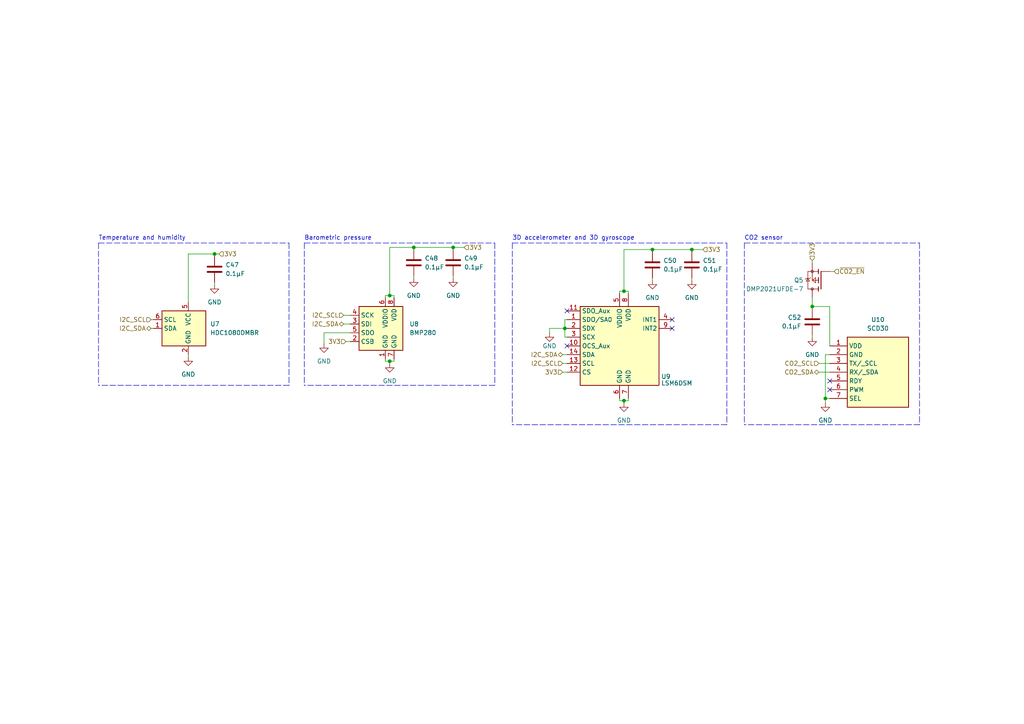
<source format=kicad_sch>
(kicad_sch (version 20211123) (generator eeschema)
  (paper "A4")
  (title_block (title "Walter Feels") (date "2023-10-06") (rev "2.0") (company "DPTechnics BV") (comment 1 "Checked by: Jonas Maes") (comment 2 "Engineer: Daan Pape") (comment 3 "License: GPLv3"))
  (lib_symbols
    (symbol "DMP2066UFDE-7:DMP2066UFDE-7" (pin_numbers hide) (pin_names (offset 1.016) hide)
      (property "Reference" "Q" (at 5.715 0 0))
      (property "Value" "DMP2066UFDE-7" (at 5.715 -1.905 0))
      (symbol "DMP2066UFDE-7_0_0"
        (polyline (pts (xy 0 -2.54) (xy 0 2.54)) (stroke (width 0.254)))
        (polyline (pts (xy 0.762 -3.175) (xy 0.762 -2.54)) (stroke (width 0.254)))
        (polyline (pts (xy 0.762 -2.54) (xy 0.762 -1.905)) (stroke (width 0.254)))
        (polyline (pts (xy 0.762 -2.54) (xy 3.81 -2.54)) (stroke (width 0.1524)))
        (polyline (pts (xy 0.762 -0.762) (xy 0.762 0)) (stroke (width 0.254)))
        (polyline (pts (xy 0.762 0) (xy 0.762 0.762)) (stroke (width 0.254)))
        (polyline (pts (xy 0.762 0) (xy 2.54 0)) (stroke (width 0.1524)))
        (polyline (pts (xy 0.762 1.905) (xy 0.762 2.54)) (stroke (width 0.254)))
        (polyline (pts (xy 0.762 2.54) (xy 0.762 3.175)) (stroke (width 0.254)))
        (polyline (pts (xy 2.54 0) (xy 2.54 2.54)) (stroke (width 0.1524)))
        (polyline (pts (xy 2.54 2.54) (xy 0.762 2.54)) (stroke (width 0.1524)))
        (polyline (pts (xy 2.54 2.54) (xy 3.81 2.54)) (stroke (width 0.1524)))
        (polyline (pts (xy 3.048 0.762) (xy 3.302 0.508)) (stroke (width 0.1524)))
        (polyline (pts (xy 3.302 0.508) (xy 3.81 0.508)) (stroke (width 0.1524)))
        (polyline (pts (xy 3.81 -2.54) (xy 3.81 0.508)) (stroke (width 0.1524)))
        (polyline (pts (xy 3.81 0.508) (xy 3.81 2.54)) (stroke (width 0.1524)))
        (polyline (pts (xy 3.81 0.508) (xy 4.318 0.508)) (stroke (width 0.1524)))
        (polyline (pts (xy 4.318 0.508) (xy 4.572 0.254)) (stroke (width 0.1524)))
        (polyline (pts (xy 2.54 0) (xy 1.524 0.762) (xy 1.524 -0.762) (xy 2.54 0)) (stroke (width 0.1524)) (fill (type background)))
        (polyline (pts (xy 3.81 0.508) (xy 4.318 -0.254) (xy 3.302 -0.254) (xy 3.81 0.508)) (stroke (width 0.1524)) (fill (type background)))
        (circle (center 2.54 -2.54) (radius 0.3556))
        (circle (center 2.54 2.54) (radius 0.3556))
        (pin passive line (at 2.54 -5.08 90) (length 2.54) (name "~") (number "1"))
        (pin passive line (at 2.54 -5.08 90) (length 2.54) (name "~") (number "2"))
        (pin passive line (at -2.54 2.54 0) (length 2.54) (name "~") (number "3"))
        (pin passive line (at 2.54 5.08 270) (length 2.54) (name "~") (number "4"))
        (pin passive line (at 2.54 -5.08 90) (length 2.54) (name "~") (number "5"))
        (pin passive line (at 2.54 -5.08 90) (length 2.54) (name "~") (number "6"))
        (pin passive line (at 2.54 5.08 270) (length 2.54) (name "~") (number "7"))
      )
    )
    (symbol "Device:C" (pin_numbers hide) (pin_names (offset 0.254))
      (property "Reference" "C" (at 0.635 2.54 0))
      (property "Value" "C" (at 0.635 -2.54 0))
      (symbol "C_0_1"
        (polyline (pts (xy -2.032 -0.762) (xy 2.032 -0.762)) (stroke (width 0.508)))
        (polyline (pts (xy -2.032 0.762) (xy 2.032 0.762)) (stroke (width 0.508)))
      )
      (symbol "C_1_1"
        (pin passive line (at 0 3.81 270) (length 2.794) (name "~") (number "1"))
        (pin passive line (at 0 -3.81 90) (length 2.794) (name "~") (number "2"))
      )
    )
    (symbol "SCD30:SCD30"
      (property "Reference" "IC" (at 5.715 5.715 0))
      (property "Value" "SCD30" (at 7.62 3.81 0))
      (symbol "SCD30_1_1"
        (rectangle (start 5.08 2.54) (end 22.86 -17.78) (stroke (width 0.254)) (fill (type background)))
        (pin passive line (at 0 -15.24 0) (length 5.08) (name "VDD") (number "1"))
        (pin passive line (at 0 -12.7 0) (length 5.08) (name "GND") (number "2"))
        (pin passive line (at 0 -10.16 0) (length 5.08) (name "TX/_SCL") (number "3"))
        (pin passive line (at 0 -7.62 0) (length 5.08) (name "RX/_SDA") (number "4"))
        (pin passive line (at 0 -5.08 0) (length 5.08) (name "RDY") (number "5"))
        (pin passive line (at 0 -2.54 0) (length 5.08) (name "PWM") (number "6"))
        (pin passive line (at 0 0 0) (length 5.08) (name "SEL") (number "7"))
      )
    )
    (symbol "Sensor_Humidity:HDC1080"
      (property "Reference" "U" (at -6.35 6.35 0))
      (property "Value" "HDC1080" (at 3.81 6.35 0))
      (symbol "HDC1080_0_1"
        (rectangle (start -7.62 5.08) (end 5.08 -5.08) (stroke (width 0.254)) (fill (type background)))
      )
      (symbol "HDC1080_1_1"
        (pin bidirectional line (at 7.62 0 180) (length 2.54) (name "SDA") (number "1"))
        (pin power_in line (at -2.54 -7.62 90) (length 2.54) (name "GND") (number "2"))
        (pin no_connect line (at -7.62 0 0) (length 2.54) hide (name "NC") (number "3"))
        (pin no_connect line (at -7.62 -2.54 0) (length 2.54) hide (name "NC") (number "4"))
        (pin power_in line (at -2.54 7.62 270) (length 2.54) (name "VCC") (number "5"))
        (pin input line (at 7.62 2.54 180) (length 2.54) (name "SCL") (number "6"))
        (pin no_connect line (at -7.62 2.54 0) (length 2.54) hide (name "DAP") (number "7"))
      )
    )
    (symbol "Sensor_Motion:LSM6DSM"
      (property "Reference" "U" (at -11.43 15.24 0))
      (property "Value" "LSM6DSM" (at -11.43 12.7 0))
      (symbol "LSM6DSM_0_1"
        (rectangle (start 11.43 11.43) (end -11.43 -11.43) (stroke (width 0.254)) (fill (type background)))
      )
      (symbol "LSM6DSM_1_1"
        (pin bidirectional line (at -15.24 7.62 0) (length 3.81) (name "SDO/SA0") (number "1"))
        (pin passive line (at -15.24 0 0) (length 3.81) (name "OCS_Aux") (number "10"))
        (pin bidirectional line (at -15.24 10.16 0) (length 3.81) (name "SDO_Aux") (number "11"))
        (pin input line (at -15.24 -7.62 0) (length 3.81) (name "CS") (number "12"))
        (pin input line (at -15.24 -5.08 0) (length 3.81) (name "SCL") (number "13"))
        (pin bidirectional line (at -15.24 -2.54 0) (length 3.81) (name "SDA") (number "14"))
        (pin bidirectional line (at -15.24 5.08 0) (length 3.81) (name "SDX") (number "2"))
        (pin input line (at -15.24 2.54 0) (length 3.81) (name "SCX") (number "3"))
        (pin output line (at 15.24 7.62 180) (length 3.81) (name "INT1") (number "4"))
        (pin power_in line (at 0 15.24 270) (length 3.81) (name "VDDIO") (number "5"))
        (pin power_in line (at 0 -15.24 90) (length 3.81) (name "GND") (number "6"))
        (pin power_in line (at 2.54 -15.24 90) (length 3.81) (name "GND") (number "7"))
        (pin power_in line (at 2.54 15.24 270) (length 3.81) (name "VDD") (number "8"))
        (pin output line (at 15.24 5.08 180) (length 3.81) (name "INT2") (number "9"))
      )
    )
    (symbol "Sensor_Pressure:BMP280"
      (property "Reference" "U" (at -7.62 10.16 0))
      (property "Value" "BMP280" (at 5.08 10.16 0))
      (symbol "BMP280_0_1"
        (rectangle (start -7.62 -5.08) (end 5.08 7.62) (stroke (width 0.254)) (fill (type background)))
      )
      (symbol "BMP280_1_1"
        (pin power_in line (at 0 -7.62 90) (length 2.54) (name "GND") (number "1"))
        (pin input line (at -10.16 -2.54 0) (length 2.54) (name "CSB") (number "2"))
        (pin bidirectional line (at -10.16 2.54 0) (length 2.54) (name "SDI") (number "3"))
        (pin input line (at -10.16 5.08 0) (length 2.54) (name "SCK") (number "4"))
        (pin bidirectional line (at -10.16 0 0) (length 2.54) (name "SDO") (number "5"))
        (pin power_in line (at 0 10.16 270) (length 2.54) (name "VDDIO") (number "6"))
        (pin power_in line (at 2.54 -7.62 90) (length 2.54) (name "GND") (number "7"))
        (pin power_in line (at 2.54 10.16 270) (length 2.54) (name "VDD") (number "8"))
      )
    )
    (symbol "power:GND" (power) (pin_names (offset 0))
      (property "Value" "GND" (at 0 -3.81 0))
      (symbol "GND_0_1"
        (polyline (pts (xy 0 0) (xy 0 -1.27) (xy 1.27 -1.27) (xy 0 -2.54) (xy -1.27 -1.27) (xy 0 -1.27)))
      )
      (symbol "GND_1_1"
        (pin power_in line (at 0 0 270) (length 0) hide (name "GND") (number "1"))
      )
    )
  )
  (junction (at 62.23 73.66))
  (junction (at 180.975 84.455))
  (junction (at 131.445 71.755))
  (junction (at 235.585 88.9))
  (junction (at 120.015 71.755))
  (junction (at 200.66 72.39))
  (junction (at 163.83 95.25))
  (junction (at 113.03 104.775))
  (junction (at 239.395 115.57))
  (junction (at 189.23 72.39))
  (junction (at 180.975 116.205))
  (junction (at 113.03 85.725))
  (no_connect (at 164.465 90.17))
  (no_connect (at 240.665 110.49))
  (no_connect (at 164.465 100.33))
  (no_connect (at 194.945 95.25))
  (no_connect (at 194.945 92.71))
  (no_connect (at 240.665 113.03))
  (wire (pts (xy 113.03 85.725) (xy 114.3 85.725)))
  (wire (pts (xy 120.015 71.755) (xy 131.445 71.755)))
  (wire (pts (xy 182.245 84.455) (xy 182.245 85.09)))
  (wire (pts (xy 189.23 72.39) (xy 200.66 72.39)))
  (polyline (pts (xy 148.59 70.485) (xy 148.59 123.19)))
  (wire (pts (xy 189.23 81.28) (xy 189.23 80.645)))
  (wire (pts (xy 239.395 102.87) (xy 239.395 115.57)))
  (wire (pts (xy 235.585 86.36) (xy 235.585 88.9)))
  (wire (pts (xy 240.665 115.57) (xy 239.395 115.57)))
  (wire (pts (xy 113.03 71.755) (xy 120.015 71.755)))
  (wire (pts (xy 159.385 96.52) (xy 159.385 95.25)))
  (polyline (pts (xy 28.575 70.485) (xy 83.82 70.485)))
  (wire (pts (xy 180.975 72.39) (xy 180.975 84.455)))
  (wire (pts (xy 54.61 103.505) (xy 54.61 102.87)))
  (polyline (pts (xy 210.82 123.19) (xy 148.59 123.19)))
  (wire (pts (xy 179.705 115.57) (xy 179.705 116.205)))
  (polyline (pts (xy 266.7 123.19) (xy 215.9 123.19)))
  (wire (pts (xy 163.195 107.95) (xy 164.465 107.95)))
  (wire (pts (xy 101.6 96.52) (xy 93.98 96.52)))
  (polyline (pts (xy 143.51 111.76) (xy 88.265 111.76)))
  (wire (pts (xy 163.83 95.25) (xy 163.83 92.71)))
  (wire (pts (xy 240.665 78.74) (xy 241.935 78.74)))
  (wire (pts (xy 131.445 80.645) (xy 131.445 80.01)))
  (wire (pts (xy 131.445 71.755) (xy 134.62 71.755)))
  (wire (pts (xy 180.975 116.205) (xy 182.245 116.205)))
  (wire (pts (xy 111.76 86.36) (xy 111.76 85.725)))
  (wire (pts (xy 113.03 85.725) (xy 113.03 71.755)))
  (wire (pts (xy 180.975 116.205) (xy 180.975 116.84)))
  (wire (pts (xy 111.76 104.14) (xy 111.76 104.775)))
  (polyline (pts (xy 143.51 70.485) (xy 143.51 111.76)))
  (wire (pts (xy 99.695 91.44) (xy 101.6 91.44)))
  (polyline (pts (xy 210.82 70.485) (xy 210.82 123.19)))
  (wire (pts (xy 237.49 105.41) (xy 240.665 105.41)))
  (wire (pts (xy 100.33 99.06) (xy 101.6 99.06)))
  (polyline (pts (xy 215.9 70.485) (xy 266.7 70.485)))
  (wire (pts (xy 179.705 116.205) (xy 180.975 116.205)))
  (polyline (pts (xy 266.7 70.485) (xy 266.7 123.19)))
  (wire (pts (xy 43.815 92.71) (xy 44.45 92.71)))
  (wire (pts (xy 43.815 95.25) (xy 44.45 95.25)))
  (wire (pts (xy 159.385 95.25) (xy 163.83 95.25)))
  (wire (pts (xy 131.445 71.755) (xy 131.445 72.39)))
  (wire (pts (xy 163.195 102.87) (xy 164.465 102.87)))
  (wire (pts (xy 240.665 88.9) (xy 240.665 100.33)))
  (wire (pts (xy 235.585 89.535) (xy 235.585 88.9)))
  (polyline (pts (xy 215.9 70.485) (xy 215.9 123.19)))
  (wire (pts (xy 62.23 82.55) (xy 62.23 81.915)))
  (wire (pts (xy 200.66 81.28) (xy 200.66 80.645)))
  (wire (pts (xy 179.705 84.455) (xy 180.975 84.455)))
  (wire (pts (xy 182.245 115.57) (xy 182.245 116.205)))
  (wire (pts (xy 163.83 97.79) (xy 163.83 95.25)))
  (wire (pts (xy 120.015 80.645) (xy 120.015 80.01)))
  (wire (pts (xy 235.585 97.79) (xy 235.585 97.155)))
  (polyline (pts (xy 88.265 70.485) (xy 88.265 111.76)))
  (wire (pts (xy 62.23 74.295) (xy 62.23 73.66)))
  (wire (pts (xy 200.66 72.39) (xy 203.835 72.39)))
  (wire (pts (xy 239.395 115.57) (xy 239.395 116.84)))
  (wire (pts (xy 54.61 87.63) (xy 54.61 73.66)))
  (wire (pts (xy 189.23 73.025) (xy 189.23 72.39)))
  (wire (pts (xy 164.465 97.79) (xy 163.83 97.79)))
  (wire (pts (xy 163.83 92.71) (xy 164.465 92.71)))
  (wire (pts (xy 180.975 72.39) (xy 189.23 72.39)))
  (wire (pts (xy 163.83 95.25) (xy 164.465 95.25)))
  (wire (pts (xy 163.195 105.41) (xy 164.465 105.41)))
  (polyline (pts (xy 88.265 70.485) (xy 143.51 70.485)))
  (wire (pts (xy 240.665 102.87) (xy 239.395 102.87)))
  (wire (pts (xy 120.015 72.39) (xy 120.015 71.755)))
  (wire (pts (xy 54.61 73.66) (xy 62.23 73.66)))
  (wire (pts (xy 114.3 85.725) (xy 114.3 86.36)))
  (wire (pts (xy 99.695 93.98) (xy 101.6 93.98)))
  (wire (pts (xy 200.66 72.39) (xy 200.66 73.025)))
  (wire (pts (xy 114.3 104.14) (xy 114.3 104.775)))
  (wire (pts (xy 237.49 107.95) (xy 240.665 107.95)))
  (polyline (pts (xy 83.82 111.76) (xy 28.575 111.76)))
  (wire (pts (xy 111.76 85.725) (xy 113.03 85.725)))
  (polyline (pts (xy 83.82 70.485) (xy 83.82 111.76)))
  (wire (pts (xy 235.585 75.565) (xy 235.585 76.2)))
  (polyline (pts (xy 28.575 70.485) (xy 28.575 111.76)))
  (wire (pts (xy 93.98 96.52) (xy 93.98 99.695)))
  (wire (pts (xy 179.705 85.09) (xy 179.705 84.455)))
  (wire (pts (xy 235.585 88.9) (xy 240.665 88.9)))
  (polyline (pts (xy 148.59 70.485) (xy 210.82 70.485)))
  (wire (pts (xy 111.76 104.775) (xy 113.03 104.775)))
  (wire (pts (xy 180.975 84.455) (xy 182.245 84.455)))
  (wire (pts (xy 114.3 104.775) (xy 113.03 104.775)))
  (wire (pts (xy 113.03 104.775) (xy 113.03 105.41)))
  (wire (pts (xy 62.23 73.66) (xy 63.5 73.66)))
  (text "Barometric pressure" (at 88.265 69.85 0) (effects (font (size 1.27 1.27)) (justify left bottom)))
  (text "Temperature and humidity" (at 28.575 69.85 0) (effects (font (size 1.27 1.27)) (justify left bottom)))
  (text "3D accelerometer and 3D gyroscope" (at 148.59 69.85 0) (effects (font (size 1.27 1.27)) (justify left bottom)))
  (text "CO2 sensor" (at 215.9 69.85 0) (effects (font (size 1.27 1.27)) (justify left bottom)))
  (hierarchical_label "I2C_SDA" (shape bidirectional) (at 99.695 93.98 180))
  (hierarchical_label "3V3" (shape input) (at 100.33 99.06 180))
  (hierarchical_label "I2C_SCL" (shape input) (at 43.815 92.71 180))
  (hierarchical_label "~{CO2_EN}" (shape input) (at 241.935 78.74 0))
  (hierarchical_label "3V3" (shape input) (at 134.62 71.755 0))
  (hierarchical_label "3V3" (shape input) (at 63.5 73.66 0))
  (hierarchical_label "CO2_SDA" (shape bidirectional) (at 237.49 107.95 180))
  (hierarchical_label "3V3" (shape input) (at 235.585 75.565 90))
  (hierarchical_label "3V3" (shape input) (at 203.835 72.39 0))
  (hierarchical_label "I2C_SDA" (shape bidirectional) (at 43.815 95.25 180))
  (hierarchical_label "I2C_SCL" (shape input) (at 163.195 105.41 180))
  (hierarchical_label "3V3" (shape input) (at 163.195 107.95 180))
  (hierarchical_label "I2C_SCL" (shape input) (at 99.695 91.44 180))
  (hierarchical_label "I2C_SDA" (shape bidirectional) (at 163.195 102.87 180))
  (hierarchical_label "CO2_SCL" (shape input) (at 237.49 105.41 180))
  (symbol (lib_id "Device:C") (at 189.23 76.835 0) (unit 1)
    (property "Reference" "C50" (at 192.405 75.565 0) (effects (justify left)))
    (property "Value" "0.1µF" (at 192.405 78.105 0) (effects (justify left)))
    (property "Footprint" "Capacitor_SMD:C_0603_1608Metric" (effects hide))
    (property "JLCPCB" "C14663" (effects hide))
  )
  (symbol (lib_id "Device:C") (at 235.585 93.345 0) (mirror y) (unit 1)
    (property "Reference" "C52" (at 232.41 92.075 0) (effects (justify left)))
    (property "Value" "0.1µF" (at 232.41 94.615 0) (effects (justify left)))
    (property "Footprint" "Capacitor_SMD:C_0603_1608Metric" (effects hide))
    (property "JLCPCB" "C14663" (effects hide))
  )
  (symbol (lib_id "power:GND") (at 120.015 80.645 0) (unit 1)
    (property "Reference" "#PWR073" (effects hide))
    (property "Value" "GND" (at 120.015 85.725 0))
  )
  (symbol (lib_id "power:GND") (at 159.385 96.52 0) (unit 1)
    (property "Reference" "#PWR075" (effects hide))
    (property "Value" "GND" (at 159.385 100.33 0))
  )
  (symbol (lib_id "Device:C") (at 120.015 76.2 0) (unit 1)
    (property "Reference" "C48" (at 123.19 74.93 0) (effects (justify left)))
    (property "Value" "0.1µF" (at 123.19 77.47 0) (effects (justify left)))
    (property "Footprint" "Capacitor_SMD:C_0603_1608Metric" (effects hide))
    (property "JLCPCB" "C14663" (effects hide))
  )
  (symbol (lib_id "SCD30:SCD30") (at 240.665 115.57 0) (mirror x) (unit 1)
    (property "Reference" "U10" (at 254.635 92.71 0))
    (property "Value" "SCD30" (at 254.635 95.25 0))
    (property "Footprint" "SCD30:SCD30" (effects hide))
    (property "JLCPCB" "C1519271" (effects hide))
  )
  (symbol (lib_id "Sensor_Pressure:BMP280") (at 111.76 96.52 0) (unit 1)
    (property "Reference" "U8" (at 118.745 93.9799 0) (effects (justify left)))
    (property "Value" "BMP280" (at 118.745 96.5199 0) (effects (justify left)))
    (property "Footprint" "Package_LGA:Bosch_LGA-8_2x2.5mm_P0.65mm_ClockwisePinNumbering" (effects hide))
    (property "Datasheet" "https://ae-bst.resource.bosch.com/media/_tech/media/datasheets/BST-BMP280-DS001.pdf" (effects hide))
    (property "JLCPCB" "C83291" (effects hide))
  )
  (symbol (lib_id "Sensor_Humidity:HDC1080") (at 52.07 95.25 0) (mirror y) (unit 1)
    (property "Reference" "U7" (at 60.96 93.9799 0) (effects (justify right)))
    (property "Value" "HDC1080DMBR" (at 60.96 96.5199 0) (effects (justify right)))
    (property "Footprint" "Package_SON:Texas_PWSON-N6" (effects hide))
    (property "Datasheet" "http://www.ti.com/lit/ds/symlink/hdc1080.pdf" (effects hide))
    (property "JLCPCB" "C82227" (effects hide))
  )
  (symbol (lib_id "power:GND") (at 235.585 97.79 0) (mirror y) (unit 1)
    (property "Reference" "#PWR079" (effects hide))
    (property "Value" "GND" (at 235.585 102.87 0))
  )
  (symbol (lib_id "DMP2066UFDE-7:DMP2066UFDE-7") (at 238.125 81.28 0) (mirror y) (unit 1)
    (property "Reference" "Q5" (at 233.045 81.28 0) (effects (justify left)))
    (property "Value" "DMP2021UFDE-7" (at 233.045 83.82 0) (effects (justify left)))
    (property "Footprint" "DMP2066UFDE-7:MOSFET_DMP2066UFDE-7" (effects hide))
    (property "JLCPCB" "C151459" (effects hide))
  )
  (symbol (lib_id "power:GND") (at 200.66 81.28 0) (unit 1)
    (property "Reference" "#PWR078" (effects hide))
    (property "Value" "GND" (at 200.66 86.36 0))
  )
  (symbol (lib_id "power:GND") (at 131.445 80.645 0) (unit 1)
    (property "Reference" "#PWR074" (effects hide))
    (property "Value" "GND" (at 131.445 85.725 0))
  )
  (symbol (lib_id "Device:C") (at 62.23 78.105 0) (unit 1)
    (property "Reference" "C47" (at 65.405 76.835 0) (effects (justify left)))
    (property "Value" "0.1µF" (at 65.405 79.375 0) (effects (justify left)))
    (property "Footprint" "Capacitor_SMD:C_0603_1608Metric" (effects hide))
    (property "JLCPCB" "C14663" (effects hide))
  )
  (symbol (lib_id "Device:C") (at 131.445 76.2 0) (unit 1)
    (property "Reference" "C49" (at 134.62 74.93 0) (effects (justify left)))
    (property "Value" "0.1µF" (at 134.62 77.47 0) (effects (justify left)))
    (property "Footprint" "Capacitor_SMD:C_0603_1608Metric" (effects hide))
    (property "JLCPCB" "C14663" (effects hide))
  )
  (symbol (lib_id "power:GND") (at 54.61 103.505 0) (unit 1)
    (property "Reference" "#PWR069" (effects hide))
    (property "Value" "GND" (at 54.61 108.585 0))
  )
  (symbol (lib_id "power:GND") (at 189.23 81.28 0) (unit 1)
    (property "Reference" "#PWR077" (effects hide))
    (property "Value" "GND" (at 189.23 86.36 0))
  )
  (symbol (lib_id "power:GND") (at 93.98 99.695 0) (unit 1)
    (property "Reference" "#PWR071" (effects hide))
    (property "Value" "GND" (at 93.98 104.775 0))
  )
  (symbol (lib_id "Device:C") (at 200.66 76.835 0) (unit 1)
    (property "Reference" "C51" (at 203.835 75.565 0) (effects (justify left)))
    (property "Value" "0.1µF" (at 203.835 78.105 0) (effects (justify left)))
    (property "Footprint" "Capacitor_SMD:C_0603_1608Metric" (effects hide))
    (property "JLCPCB" "C14663" (effects hide))
  )
  (symbol (lib_id "Sensor_Motion:LSM6DSM") (at 179.705 100.33 0) (unit 1)
    (property "Reference" "U9" (at 191.77 109.22 0) (effects (justify left)))
    (property "Value" "LSM6DSM" (at 191.77 111.125 0) (effects (justify left)))
    (property "Footprint" "Package_LGA:LGA-14_3x2.5mm_P0.5mm_LayoutBorder3x4y" (effects hide))
    (property "Datasheet" "https://www.st.com/resource/en/datasheet/lsm6dsm.pdf" (effects hide))
    (property "JLCPCB" "C94048" (effects hide))
  )
  (symbol (lib_id "power:GND") (at 180.975 116.84 0) (unit 1)
    (property "Reference" "#PWR076" (effects hide))
    (property "Value" "GND" (at 180.975 121.92 0))
  )
  (symbol (lib_id "power:GND") (at 239.395 116.84 0) (unit 1)
    (property "Reference" "#PWR080" (effects hide))
    (property "Value" "GND" (at 239.395 121.92 0))
  )
  (symbol (lib_id "power:GND") (at 113.03 105.41 0) (unit 1)
    (property "Reference" "#PWR072" (effects hide))
    (property "Value" "GND" (at 113.03 110.49 0))
  )
  (symbol (lib_id "power:GND") (at 62.23 82.55 0) (unit 1)
    (property "Reference" "#PWR070" (effects hide))
    (property "Value" "GND" (at 62.23 87.63 0))
  )
)
</source>
